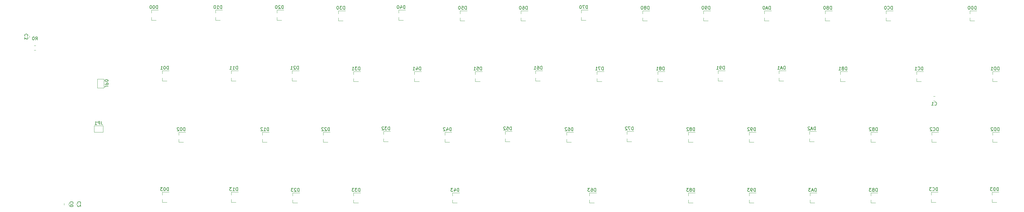
<source format=gbr>
G04 #@! TF.GenerationSoftware,KiCad,Pcbnew,(5.1.5)-3*
G04 #@! TF.CreationDate,2021-01-28T08:37:11+08:00*
G04 #@! TF.ProjectId,k54,6b35342e-6b69-4636-9164-5f7063625858,rev?*
G04 #@! TF.SameCoordinates,Original*
G04 #@! TF.FileFunction,Legend,Bot*
G04 #@! TF.FilePolarity,Positive*
%FSLAX46Y46*%
G04 Gerber Fmt 4.6, Leading zero omitted, Abs format (unit mm)*
G04 Created by KiCad (PCBNEW (5.1.5)-3) date 2021-01-28 08:37:11*
%MOMM*%
%LPD*%
G04 APERTURE LIST*
%ADD10C,0.120000*%
%ADD11C,0.150000*%
G04 APERTURE END LIST*
D10*
X265446252Y-203910000D02*
X264923748Y-203910000D01*
X265446252Y-202490000D02*
X264923748Y-202490000D01*
X286530000Y-227600000D02*
X283730000Y-227600000D01*
X283730000Y-227600000D02*
X283730000Y-229600000D01*
X283730000Y-229600000D02*
X286530000Y-229600000D01*
X286530000Y-229600000D02*
X286530000Y-227600000D01*
X286750000Y-215712500D02*
X286750000Y-212912500D01*
X286750000Y-212912500D02*
X284750000Y-212912500D01*
X284750000Y-212912500D02*
X284750000Y-215712500D01*
X284750000Y-215712500D02*
X286750000Y-215712500D01*
X564786875Y-251611250D02*
X566246875Y-251611250D01*
X564786875Y-248451250D02*
X566946875Y-248451250D01*
X564786875Y-248451250D02*
X564786875Y-249381250D01*
X564786875Y-251611250D02*
X564786875Y-250681250D01*
X564977500Y-232801875D02*
X566437500Y-232801875D01*
X564977500Y-229641875D02*
X567137500Y-229641875D01*
X564977500Y-229641875D02*
X564977500Y-230571875D01*
X564977500Y-232801875D02*
X564977500Y-231871875D01*
X564977500Y-213751875D02*
X566437500Y-213751875D01*
X564977500Y-210591875D02*
X567137500Y-210591875D01*
X564977500Y-210591875D02*
X564977500Y-211521875D01*
X564977500Y-213751875D02*
X564977500Y-212821875D01*
X557833750Y-194701875D02*
X559293750Y-194701875D01*
X557833750Y-191541875D02*
X559993750Y-191541875D01*
X557833750Y-191541875D02*
X557833750Y-192471875D01*
X557833750Y-194701875D02*
X557833750Y-193771875D01*
X545736875Y-251611250D02*
X547196875Y-251611250D01*
X545736875Y-248451250D02*
X547896875Y-248451250D01*
X545736875Y-248451250D02*
X545736875Y-249381250D01*
X545736875Y-251611250D02*
X545736875Y-250681250D01*
X545927500Y-232801875D02*
X547387500Y-232801875D01*
X545927500Y-229641875D02*
X548087500Y-229641875D01*
X545927500Y-229641875D02*
X545927500Y-230571875D01*
X545927500Y-232801875D02*
X545927500Y-231871875D01*
X541165000Y-213751875D02*
X542625000Y-213751875D01*
X541165000Y-210591875D02*
X543325000Y-210591875D01*
X541165000Y-210591875D02*
X541165000Y-211521875D01*
X541165000Y-213751875D02*
X541165000Y-212821875D01*
X531640000Y-194701875D02*
X533100000Y-194701875D01*
X531640000Y-191541875D02*
X533800000Y-191541875D01*
X531640000Y-191541875D02*
X531640000Y-192471875D01*
X531640000Y-194701875D02*
X531640000Y-193771875D01*
X526877500Y-251851875D02*
X526877500Y-250921875D01*
X526877500Y-248691875D02*
X526877500Y-249621875D01*
X526877500Y-248691875D02*
X529037500Y-248691875D01*
X526877500Y-251851875D02*
X528337500Y-251851875D01*
X526877500Y-232801875D02*
X528337500Y-232801875D01*
X526877500Y-229641875D02*
X529037500Y-229641875D01*
X526877500Y-229641875D02*
X526877500Y-230571875D01*
X526877500Y-232801875D02*
X526877500Y-231871875D01*
X517352500Y-213751875D02*
X518812500Y-213751875D01*
X517352500Y-210591875D02*
X519512500Y-210591875D01*
X517352500Y-210591875D02*
X517352500Y-211521875D01*
X517352500Y-213751875D02*
X517352500Y-212821875D01*
X512590000Y-194701875D02*
X514050000Y-194701875D01*
X512590000Y-191541875D02*
X514750000Y-191541875D01*
X512590000Y-191541875D02*
X512590000Y-192471875D01*
X512590000Y-194701875D02*
X512590000Y-193771875D01*
X507827500Y-251851875D02*
X509287500Y-251851875D01*
X507827500Y-248691875D02*
X509987500Y-248691875D01*
X507827500Y-248691875D02*
X507827500Y-249621875D01*
X507827500Y-251851875D02*
X507827500Y-250921875D01*
X507636875Y-232561250D02*
X509096875Y-232561250D01*
X507636875Y-229401250D02*
X509796875Y-229401250D01*
X507636875Y-229401250D02*
X507636875Y-230331250D01*
X507636875Y-232561250D02*
X507636875Y-231631250D01*
X498111875Y-213511250D02*
X499571875Y-213511250D01*
X498111875Y-210351250D02*
X500271875Y-210351250D01*
X498111875Y-210351250D02*
X498111875Y-211281250D01*
X498111875Y-213511250D02*
X498111875Y-212581250D01*
X493540000Y-194701875D02*
X495000000Y-194701875D01*
X493540000Y-191541875D02*
X495700000Y-191541875D01*
X493540000Y-191541875D02*
X493540000Y-192471875D01*
X493540000Y-194701875D02*
X493540000Y-193771875D01*
X488777500Y-251851875D02*
X490237500Y-251851875D01*
X488777500Y-248691875D02*
X490937500Y-248691875D01*
X488777500Y-248691875D02*
X488777500Y-249621875D01*
X488777500Y-251851875D02*
X488777500Y-250921875D01*
X488777500Y-232801875D02*
X490237500Y-232801875D01*
X488777500Y-229641875D02*
X490937500Y-229641875D01*
X488777500Y-229641875D02*
X488777500Y-230571875D01*
X488777500Y-232801875D02*
X488777500Y-231871875D01*
X479061875Y-213511250D02*
X480521875Y-213511250D01*
X479061875Y-210351250D02*
X481221875Y-210351250D01*
X479061875Y-210351250D02*
X479061875Y-211281250D01*
X479061875Y-213511250D02*
X479061875Y-212581250D01*
X474490000Y-194701875D02*
X475950000Y-194701875D01*
X474490000Y-191541875D02*
X476650000Y-191541875D01*
X474490000Y-191541875D02*
X474490000Y-192471875D01*
X474490000Y-194701875D02*
X474490000Y-193771875D01*
X469727500Y-251851875D02*
X471187500Y-251851875D01*
X469727500Y-248691875D02*
X471887500Y-248691875D01*
X469727500Y-248691875D02*
X469727500Y-249621875D01*
X469727500Y-251851875D02*
X469727500Y-250921875D01*
X469727500Y-232801875D02*
X471187500Y-232801875D01*
X469727500Y-229641875D02*
X471887500Y-229641875D01*
X469727500Y-229641875D02*
X469727500Y-230571875D01*
X469727500Y-232801875D02*
X469727500Y-231871875D01*
X460202500Y-213751875D02*
X461662500Y-213751875D01*
X460202500Y-210591875D02*
X462362500Y-210591875D01*
X460202500Y-210591875D02*
X460202500Y-211521875D01*
X460202500Y-213751875D02*
X460202500Y-212821875D01*
X455440000Y-194701875D02*
X456900000Y-194701875D01*
X455440000Y-191541875D02*
X457600000Y-191541875D01*
X455440000Y-191541875D02*
X455440000Y-192471875D01*
X455440000Y-194701875D02*
X455440000Y-193771875D01*
X450486875Y-232561250D02*
X451946875Y-232561250D01*
X450486875Y-229401250D02*
X452646875Y-229401250D01*
X450486875Y-229401250D02*
X450486875Y-230331250D01*
X450486875Y-232561250D02*
X450486875Y-231631250D01*
X441152500Y-213751875D02*
X442612500Y-213751875D01*
X441152500Y-210591875D02*
X443312500Y-210591875D01*
X441152500Y-210591875D02*
X441152500Y-211521875D01*
X441152500Y-213751875D02*
X441152500Y-212821875D01*
X436199375Y-194461250D02*
X437659375Y-194461250D01*
X436199375Y-191301250D02*
X438359375Y-191301250D01*
X436199375Y-191301250D02*
X436199375Y-192231250D01*
X436199375Y-194461250D02*
X436199375Y-193531250D01*
X438771250Y-251851875D02*
X440231250Y-251851875D01*
X438771250Y-248691875D02*
X440931250Y-248691875D01*
X438771250Y-248691875D02*
X438771250Y-249621875D01*
X438771250Y-251851875D02*
X438771250Y-250921875D01*
X431627500Y-232801875D02*
X433087500Y-232801875D01*
X431627500Y-229641875D02*
X433787500Y-229641875D01*
X431627500Y-229641875D02*
X431627500Y-230571875D01*
X431627500Y-232801875D02*
X431627500Y-231871875D01*
X421911875Y-213511250D02*
X423371875Y-213511250D01*
X421911875Y-210351250D02*
X424071875Y-210351250D01*
X421911875Y-210351250D02*
X421911875Y-211281250D01*
X421911875Y-213511250D02*
X421911875Y-212581250D01*
X417340000Y-194701875D02*
X418800000Y-194701875D01*
X417340000Y-191541875D02*
X419500000Y-191541875D01*
X417340000Y-191541875D02*
X417340000Y-192471875D01*
X417340000Y-194701875D02*
X417340000Y-193771875D01*
X412386875Y-232561250D02*
X413846875Y-232561250D01*
X412386875Y-229401250D02*
X414546875Y-229401250D01*
X412386875Y-229401250D02*
X412386875Y-230331250D01*
X412386875Y-232561250D02*
X412386875Y-231631250D01*
X403052500Y-213751875D02*
X404512500Y-213751875D01*
X403052500Y-210591875D02*
X405212500Y-210591875D01*
X403052500Y-210591875D02*
X403052500Y-211521875D01*
X403052500Y-213751875D02*
X403052500Y-212821875D01*
X398290000Y-194701875D02*
X399750000Y-194701875D01*
X398290000Y-191541875D02*
X400450000Y-191541875D01*
X398290000Y-191541875D02*
X398290000Y-192471875D01*
X398290000Y-194701875D02*
X398290000Y-193771875D01*
X395908750Y-251851875D02*
X397368750Y-251851875D01*
X395908750Y-248691875D02*
X398068750Y-248691875D01*
X395908750Y-248691875D02*
X395908750Y-249621875D01*
X395908750Y-251851875D02*
X395908750Y-250921875D01*
X393527500Y-232801875D02*
X394987500Y-232801875D01*
X393527500Y-229641875D02*
X395687500Y-229641875D01*
X393527500Y-229641875D02*
X393527500Y-230571875D01*
X393527500Y-232801875D02*
X393527500Y-231871875D01*
X384002500Y-213751875D02*
X385462500Y-213751875D01*
X384002500Y-210591875D02*
X386162500Y-210591875D01*
X384002500Y-210591875D02*
X384002500Y-211521875D01*
X384002500Y-213751875D02*
X384002500Y-212821875D01*
X379049375Y-194461250D02*
X380509375Y-194461250D01*
X379049375Y-191301250D02*
X381209375Y-191301250D01*
X379049375Y-191301250D02*
X379049375Y-192231250D01*
X379049375Y-194461250D02*
X379049375Y-193531250D01*
X364952500Y-251851875D02*
X366412500Y-251851875D01*
X364952500Y-248691875D02*
X367112500Y-248691875D01*
X364952500Y-248691875D02*
X364952500Y-249621875D01*
X364952500Y-251851875D02*
X364952500Y-250921875D01*
X374286875Y-232561250D02*
X375746875Y-232561250D01*
X374286875Y-229401250D02*
X376446875Y-229401250D01*
X374286875Y-229401250D02*
X374286875Y-230331250D01*
X374286875Y-232561250D02*
X374286875Y-231631250D01*
X364952500Y-213751875D02*
X366412500Y-213751875D01*
X364952500Y-210591875D02*
X367112500Y-210591875D01*
X364952500Y-210591875D02*
X364952500Y-211521875D01*
X364952500Y-213751875D02*
X364952500Y-212821875D01*
X360190000Y-194701875D02*
X361650000Y-194701875D01*
X360190000Y-191541875D02*
X362350000Y-191541875D01*
X360190000Y-191541875D02*
X360190000Y-192471875D01*
X360190000Y-194701875D02*
X360190000Y-193771875D01*
X345902500Y-251851875D02*
X347362500Y-251851875D01*
X345902500Y-248691875D02*
X348062500Y-248691875D01*
X345902500Y-248691875D02*
X345902500Y-249621875D01*
X345902500Y-251851875D02*
X345902500Y-250921875D01*
X355427500Y-232801875D02*
X356887500Y-232801875D01*
X355427500Y-229641875D02*
X357587500Y-229641875D01*
X355427500Y-229641875D02*
X355427500Y-230571875D01*
X355427500Y-232801875D02*
X355427500Y-231871875D01*
X345711875Y-213511250D02*
X347171875Y-213511250D01*
X345711875Y-210351250D02*
X347871875Y-210351250D01*
X345711875Y-210351250D02*
X345711875Y-211281250D01*
X345711875Y-213511250D02*
X345711875Y-212581250D01*
X340949375Y-194461250D02*
X342409375Y-194461250D01*
X340949375Y-191301250D02*
X343109375Y-191301250D01*
X340949375Y-191301250D02*
X340949375Y-192231250D01*
X340949375Y-194461250D02*
X340949375Y-193531250D01*
X326661875Y-251611250D02*
X328121875Y-251611250D01*
X326661875Y-248451250D02*
X328821875Y-248451250D01*
X326661875Y-248451250D02*
X326661875Y-249381250D01*
X326661875Y-251611250D02*
X326661875Y-250681250D01*
X336377500Y-232801875D02*
X337837500Y-232801875D01*
X336377500Y-229641875D02*
X338537500Y-229641875D01*
X336377500Y-229641875D02*
X336377500Y-230571875D01*
X336377500Y-232801875D02*
X336377500Y-231871875D01*
X326661875Y-213511250D02*
X328121875Y-213511250D01*
X326661875Y-210351250D02*
X328821875Y-210351250D01*
X326661875Y-210351250D02*
X326661875Y-211281250D01*
X326661875Y-213511250D02*
X326661875Y-212581250D01*
X321708750Y-194461250D02*
X323168750Y-194461250D01*
X321708750Y-191301250D02*
X323868750Y-191301250D01*
X321708750Y-191301250D02*
X321708750Y-192231250D01*
X321708750Y-194461250D02*
X321708750Y-193531250D01*
X305040000Y-251611250D02*
X306500000Y-251611250D01*
X305040000Y-248451250D02*
X307200000Y-248451250D01*
X305040000Y-248451250D02*
X305040000Y-249381250D01*
X305040000Y-251611250D02*
X305040000Y-250681250D01*
X310183750Y-232801875D02*
X311643750Y-232801875D01*
X310183750Y-229641875D02*
X312343750Y-229641875D01*
X310183750Y-229641875D02*
X310183750Y-230571875D01*
X310183750Y-232801875D02*
X310183750Y-231871875D01*
X305040000Y-213511250D02*
X306500000Y-213511250D01*
X305040000Y-210351250D02*
X307200000Y-210351250D01*
X305040000Y-210351250D02*
X305040000Y-211281250D01*
X305040000Y-213511250D02*
X305040000Y-212581250D01*
X301658750Y-194461250D02*
X303118750Y-194461250D01*
X301658750Y-191301250D02*
X303818750Y-191301250D01*
X301658750Y-191301250D02*
X301658750Y-192231250D01*
X301658750Y-194461250D02*
X301658750Y-193531250D01*
X264870000Y-199373748D02*
X264870000Y-199896252D01*
X263450000Y-199373748D02*
X263450000Y-199896252D01*
X276705625Y-252508127D02*
X276705625Y-251985623D01*
X278125625Y-252508127D02*
X278125625Y-251985623D01*
X546401248Y-218365000D02*
X546923752Y-218365000D01*
X546401248Y-219785000D02*
X546923752Y-219785000D01*
X274324375Y-252508127D02*
X274324375Y-251985623D01*
X275744375Y-252508127D02*
X275744375Y-251985623D01*
D11*
X265351666Y-200702380D02*
X265685000Y-200226190D01*
X265923095Y-200702380D02*
X265923095Y-199702380D01*
X265542142Y-199702380D01*
X265446904Y-199750000D01*
X265399285Y-199797619D01*
X265351666Y-199892857D01*
X265351666Y-200035714D01*
X265399285Y-200130952D01*
X265446904Y-200178571D01*
X265542142Y-200226190D01*
X265923095Y-200226190D01*
X264732619Y-199702380D02*
X264637380Y-199702380D01*
X264542142Y-199750000D01*
X264494523Y-199797619D01*
X264446904Y-199892857D01*
X264399285Y-200083333D01*
X264399285Y-200321428D01*
X264446904Y-200511904D01*
X264494523Y-200607142D01*
X264542142Y-200654761D01*
X264637380Y-200702380D01*
X264732619Y-200702380D01*
X264827857Y-200654761D01*
X264875476Y-200607142D01*
X264923095Y-200511904D01*
X264970714Y-200321428D01*
X264970714Y-200083333D01*
X264923095Y-199892857D01*
X264875476Y-199797619D01*
X264827857Y-199750000D01*
X264732619Y-199702380D01*
X285963333Y-226252380D02*
X285963333Y-226966666D01*
X286010952Y-227109523D01*
X286106190Y-227204761D01*
X286249047Y-227252380D01*
X286344285Y-227252380D01*
X285487142Y-227252380D02*
X285487142Y-226252380D01*
X285106190Y-226252380D01*
X285010952Y-226300000D01*
X284963333Y-226347619D01*
X284915714Y-226442857D01*
X284915714Y-226585714D01*
X284963333Y-226680952D01*
X285010952Y-226728571D01*
X285106190Y-226776190D01*
X285487142Y-226776190D01*
X283963333Y-227252380D02*
X284534761Y-227252380D01*
X284249047Y-227252380D02*
X284249047Y-226252380D01*
X284344285Y-226395238D01*
X284439523Y-226490476D01*
X284534761Y-226538095D01*
X288097619Y-215145833D02*
X287383333Y-215145833D01*
X287240476Y-215193452D01*
X287145238Y-215288690D01*
X287097619Y-215431547D01*
X287097619Y-215526785D01*
X287097619Y-214669642D02*
X288097619Y-214669642D01*
X288097619Y-214288690D01*
X288050000Y-214193452D01*
X288002380Y-214145833D01*
X287907142Y-214098214D01*
X287764285Y-214098214D01*
X287669047Y-214145833D01*
X287621428Y-214193452D01*
X287573809Y-214288690D01*
X287573809Y-214669642D01*
X288097619Y-213479166D02*
X288097619Y-213383928D01*
X288050000Y-213288690D01*
X288002380Y-213241071D01*
X287907142Y-213193452D01*
X287716666Y-213145833D01*
X287478571Y-213145833D01*
X287288095Y-213193452D01*
X287192857Y-213241071D01*
X287145238Y-213288690D01*
X287097619Y-213383928D01*
X287097619Y-213479166D01*
X287145238Y-213574404D01*
X287192857Y-213622023D01*
X287288095Y-213669642D01*
X287478571Y-213717261D01*
X287716666Y-213717261D01*
X287907142Y-213669642D01*
X288002380Y-213622023D01*
X288050000Y-213574404D01*
X288097619Y-213479166D01*
X566784970Y-247983630D02*
X566784970Y-246983630D01*
X566546875Y-246983630D01*
X566404017Y-247031250D01*
X566308779Y-247126488D01*
X566261160Y-247221726D01*
X566213541Y-247412202D01*
X566213541Y-247555059D01*
X566261160Y-247745535D01*
X566308779Y-247840773D01*
X566404017Y-247936011D01*
X566546875Y-247983630D01*
X566784970Y-247983630D01*
X565784970Y-247983630D02*
X565784970Y-246983630D01*
X565546875Y-246983630D01*
X565404017Y-247031250D01*
X565308779Y-247126488D01*
X565261160Y-247221726D01*
X565213541Y-247412202D01*
X565213541Y-247555059D01*
X565261160Y-247745535D01*
X565308779Y-247840773D01*
X565404017Y-247936011D01*
X565546875Y-247983630D01*
X565784970Y-247983630D01*
X564880208Y-246983630D02*
X564261160Y-246983630D01*
X564594494Y-247364583D01*
X564451636Y-247364583D01*
X564356398Y-247412202D01*
X564308779Y-247459821D01*
X564261160Y-247555059D01*
X564261160Y-247793154D01*
X564308779Y-247888392D01*
X564356398Y-247936011D01*
X564451636Y-247983630D01*
X564737351Y-247983630D01*
X564832589Y-247936011D01*
X564880208Y-247888392D01*
X566975595Y-229174255D02*
X566975595Y-228174255D01*
X566737500Y-228174255D01*
X566594642Y-228221875D01*
X566499404Y-228317113D01*
X566451785Y-228412351D01*
X566404166Y-228602827D01*
X566404166Y-228745684D01*
X566451785Y-228936160D01*
X566499404Y-229031398D01*
X566594642Y-229126636D01*
X566737500Y-229174255D01*
X566975595Y-229174255D01*
X565975595Y-229174255D02*
X565975595Y-228174255D01*
X565737500Y-228174255D01*
X565594642Y-228221875D01*
X565499404Y-228317113D01*
X565451785Y-228412351D01*
X565404166Y-228602827D01*
X565404166Y-228745684D01*
X565451785Y-228936160D01*
X565499404Y-229031398D01*
X565594642Y-229126636D01*
X565737500Y-229174255D01*
X565975595Y-229174255D01*
X565023214Y-228269494D02*
X564975595Y-228221875D01*
X564880357Y-228174255D01*
X564642261Y-228174255D01*
X564547023Y-228221875D01*
X564499404Y-228269494D01*
X564451785Y-228364732D01*
X564451785Y-228459970D01*
X564499404Y-228602827D01*
X565070833Y-229174255D01*
X564451785Y-229174255D01*
X566975595Y-210124255D02*
X566975595Y-209124255D01*
X566737500Y-209124255D01*
X566594642Y-209171875D01*
X566499404Y-209267113D01*
X566451785Y-209362351D01*
X566404166Y-209552827D01*
X566404166Y-209695684D01*
X566451785Y-209886160D01*
X566499404Y-209981398D01*
X566594642Y-210076636D01*
X566737500Y-210124255D01*
X566975595Y-210124255D01*
X565975595Y-210124255D02*
X565975595Y-209124255D01*
X565737500Y-209124255D01*
X565594642Y-209171875D01*
X565499404Y-209267113D01*
X565451785Y-209362351D01*
X565404166Y-209552827D01*
X565404166Y-209695684D01*
X565451785Y-209886160D01*
X565499404Y-209981398D01*
X565594642Y-210076636D01*
X565737500Y-210124255D01*
X565975595Y-210124255D01*
X564451785Y-210124255D02*
X565023214Y-210124255D01*
X564737500Y-210124255D02*
X564737500Y-209124255D01*
X564832738Y-209267113D01*
X564927976Y-209362351D01*
X565023214Y-209409970D01*
X559831845Y-191074255D02*
X559831845Y-190074255D01*
X559593750Y-190074255D01*
X559450892Y-190121875D01*
X559355654Y-190217113D01*
X559308035Y-190312351D01*
X559260416Y-190502827D01*
X559260416Y-190645684D01*
X559308035Y-190836160D01*
X559355654Y-190931398D01*
X559450892Y-191026636D01*
X559593750Y-191074255D01*
X559831845Y-191074255D01*
X558831845Y-191074255D02*
X558831845Y-190074255D01*
X558593750Y-190074255D01*
X558450892Y-190121875D01*
X558355654Y-190217113D01*
X558308035Y-190312351D01*
X558260416Y-190502827D01*
X558260416Y-190645684D01*
X558308035Y-190836160D01*
X558355654Y-190931398D01*
X558450892Y-191026636D01*
X558593750Y-191074255D01*
X558831845Y-191074255D01*
X557641369Y-190074255D02*
X557546130Y-190074255D01*
X557450892Y-190121875D01*
X557403273Y-190169494D01*
X557355654Y-190264732D01*
X557308035Y-190455208D01*
X557308035Y-190693303D01*
X557355654Y-190883779D01*
X557403273Y-190979017D01*
X557450892Y-191026636D01*
X557546130Y-191074255D01*
X557641369Y-191074255D01*
X557736607Y-191026636D01*
X557784226Y-190979017D01*
X557831845Y-190883779D01*
X557879464Y-190693303D01*
X557879464Y-190455208D01*
X557831845Y-190264732D01*
X557784226Y-190169494D01*
X557736607Y-190121875D01*
X557641369Y-190074255D01*
X547734970Y-247983630D02*
X547734970Y-246983630D01*
X547496875Y-246983630D01*
X547354017Y-247031250D01*
X547258779Y-247126488D01*
X547211160Y-247221726D01*
X547163541Y-247412202D01*
X547163541Y-247555059D01*
X547211160Y-247745535D01*
X547258779Y-247840773D01*
X547354017Y-247936011D01*
X547496875Y-247983630D01*
X547734970Y-247983630D01*
X546163541Y-247888392D02*
X546211160Y-247936011D01*
X546354017Y-247983630D01*
X546449255Y-247983630D01*
X546592113Y-247936011D01*
X546687351Y-247840773D01*
X546734970Y-247745535D01*
X546782589Y-247555059D01*
X546782589Y-247412202D01*
X546734970Y-247221726D01*
X546687351Y-247126488D01*
X546592113Y-247031250D01*
X546449255Y-246983630D01*
X546354017Y-246983630D01*
X546211160Y-247031250D01*
X546163541Y-247078869D01*
X545830208Y-246983630D02*
X545211160Y-246983630D01*
X545544494Y-247364583D01*
X545401636Y-247364583D01*
X545306398Y-247412202D01*
X545258779Y-247459821D01*
X545211160Y-247555059D01*
X545211160Y-247793154D01*
X545258779Y-247888392D01*
X545306398Y-247936011D01*
X545401636Y-247983630D01*
X545687351Y-247983630D01*
X545782589Y-247936011D01*
X545830208Y-247888392D01*
X547925595Y-229174255D02*
X547925595Y-228174255D01*
X547687500Y-228174255D01*
X547544642Y-228221875D01*
X547449404Y-228317113D01*
X547401785Y-228412351D01*
X547354166Y-228602827D01*
X547354166Y-228745684D01*
X547401785Y-228936160D01*
X547449404Y-229031398D01*
X547544642Y-229126636D01*
X547687500Y-229174255D01*
X547925595Y-229174255D01*
X546354166Y-229079017D02*
X546401785Y-229126636D01*
X546544642Y-229174255D01*
X546639880Y-229174255D01*
X546782738Y-229126636D01*
X546877976Y-229031398D01*
X546925595Y-228936160D01*
X546973214Y-228745684D01*
X546973214Y-228602827D01*
X546925595Y-228412351D01*
X546877976Y-228317113D01*
X546782738Y-228221875D01*
X546639880Y-228174255D01*
X546544642Y-228174255D01*
X546401785Y-228221875D01*
X546354166Y-228269494D01*
X545973214Y-228269494D02*
X545925595Y-228221875D01*
X545830357Y-228174255D01*
X545592261Y-228174255D01*
X545497023Y-228221875D01*
X545449404Y-228269494D01*
X545401785Y-228364732D01*
X545401785Y-228459970D01*
X545449404Y-228602827D01*
X546020833Y-229174255D01*
X545401785Y-229174255D01*
X543163095Y-210124255D02*
X543163095Y-209124255D01*
X542925000Y-209124255D01*
X542782142Y-209171875D01*
X542686904Y-209267113D01*
X542639285Y-209362351D01*
X542591666Y-209552827D01*
X542591666Y-209695684D01*
X542639285Y-209886160D01*
X542686904Y-209981398D01*
X542782142Y-210076636D01*
X542925000Y-210124255D01*
X543163095Y-210124255D01*
X541591666Y-210029017D02*
X541639285Y-210076636D01*
X541782142Y-210124255D01*
X541877380Y-210124255D01*
X542020238Y-210076636D01*
X542115476Y-209981398D01*
X542163095Y-209886160D01*
X542210714Y-209695684D01*
X542210714Y-209552827D01*
X542163095Y-209362351D01*
X542115476Y-209267113D01*
X542020238Y-209171875D01*
X541877380Y-209124255D01*
X541782142Y-209124255D01*
X541639285Y-209171875D01*
X541591666Y-209219494D01*
X540639285Y-210124255D02*
X541210714Y-210124255D01*
X540925000Y-210124255D02*
X540925000Y-209124255D01*
X541020238Y-209267113D01*
X541115476Y-209362351D01*
X541210714Y-209409970D01*
X533638095Y-191074255D02*
X533638095Y-190074255D01*
X533400000Y-190074255D01*
X533257142Y-190121875D01*
X533161904Y-190217113D01*
X533114285Y-190312351D01*
X533066666Y-190502827D01*
X533066666Y-190645684D01*
X533114285Y-190836160D01*
X533161904Y-190931398D01*
X533257142Y-191026636D01*
X533400000Y-191074255D01*
X533638095Y-191074255D01*
X532066666Y-190979017D02*
X532114285Y-191026636D01*
X532257142Y-191074255D01*
X532352380Y-191074255D01*
X532495238Y-191026636D01*
X532590476Y-190931398D01*
X532638095Y-190836160D01*
X532685714Y-190645684D01*
X532685714Y-190502827D01*
X532638095Y-190312351D01*
X532590476Y-190217113D01*
X532495238Y-190121875D01*
X532352380Y-190074255D01*
X532257142Y-190074255D01*
X532114285Y-190121875D01*
X532066666Y-190169494D01*
X531447619Y-190074255D02*
X531352380Y-190074255D01*
X531257142Y-190121875D01*
X531209523Y-190169494D01*
X531161904Y-190264732D01*
X531114285Y-190455208D01*
X531114285Y-190693303D01*
X531161904Y-190883779D01*
X531209523Y-190979017D01*
X531257142Y-191026636D01*
X531352380Y-191074255D01*
X531447619Y-191074255D01*
X531542857Y-191026636D01*
X531590476Y-190979017D01*
X531638095Y-190883779D01*
X531685714Y-190693303D01*
X531685714Y-190455208D01*
X531638095Y-190264732D01*
X531590476Y-190169494D01*
X531542857Y-190121875D01*
X531447619Y-190074255D01*
X528875595Y-248224255D02*
X528875595Y-247224255D01*
X528637500Y-247224255D01*
X528494642Y-247271875D01*
X528399404Y-247367113D01*
X528351785Y-247462351D01*
X528304166Y-247652827D01*
X528304166Y-247795684D01*
X528351785Y-247986160D01*
X528399404Y-248081398D01*
X528494642Y-248176636D01*
X528637500Y-248224255D01*
X528875595Y-248224255D01*
X527542261Y-247700446D02*
X527399404Y-247748065D01*
X527351785Y-247795684D01*
X527304166Y-247890922D01*
X527304166Y-248033779D01*
X527351785Y-248129017D01*
X527399404Y-248176636D01*
X527494642Y-248224255D01*
X527875595Y-248224255D01*
X527875595Y-247224255D01*
X527542261Y-247224255D01*
X527447023Y-247271875D01*
X527399404Y-247319494D01*
X527351785Y-247414732D01*
X527351785Y-247509970D01*
X527399404Y-247605208D01*
X527447023Y-247652827D01*
X527542261Y-247700446D01*
X527875595Y-247700446D01*
X526970833Y-247224255D02*
X526351785Y-247224255D01*
X526685119Y-247605208D01*
X526542261Y-247605208D01*
X526447023Y-247652827D01*
X526399404Y-247700446D01*
X526351785Y-247795684D01*
X526351785Y-248033779D01*
X526399404Y-248129017D01*
X526447023Y-248176636D01*
X526542261Y-248224255D01*
X526827976Y-248224255D01*
X526923214Y-248176636D01*
X526970833Y-248129017D01*
X528875595Y-229174255D02*
X528875595Y-228174255D01*
X528637500Y-228174255D01*
X528494642Y-228221875D01*
X528399404Y-228317113D01*
X528351785Y-228412351D01*
X528304166Y-228602827D01*
X528304166Y-228745684D01*
X528351785Y-228936160D01*
X528399404Y-229031398D01*
X528494642Y-229126636D01*
X528637500Y-229174255D01*
X528875595Y-229174255D01*
X527542261Y-228650446D02*
X527399404Y-228698065D01*
X527351785Y-228745684D01*
X527304166Y-228840922D01*
X527304166Y-228983779D01*
X527351785Y-229079017D01*
X527399404Y-229126636D01*
X527494642Y-229174255D01*
X527875595Y-229174255D01*
X527875595Y-228174255D01*
X527542261Y-228174255D01*
X527447023Y-228221875D01*
X527399404Y-228269494D01*
X527351785Y-228364732D01*
X527351785Y-228459970D01*
X527399404Y-228555208D01*
X527447023Y-228602827D01*
X527542261Y-228650446D01*
X527875595Y-228650446D01*
X526923214Y-228269494D02*
X526875595Y-228221875D01*
X526780357Y-228174255D01*
X526542261Y-228174255D01*
X526447023Y-228221875D01*
X526399404Y-228269494D01*
X526351785Y-228364732D01*
X526351785Y-228459970D01*
X526399404Y-228602827D01*
X526970833Y-229174255D01*
X526351785Y-229174255D01*
X519350595Y-210124255D02*
X519350595Y-209124255D01*
X519112500Y-209124255D01*
X518969642Y-209171875D01*
X518874404Y-209267113D01*
X518826785Y-209362351D01*
X518779166Y-209552827D01*
X518779166Y-209695684D01*
X518826785Y-209886160D01*
X518874404Y-209981398D01*
X518969642Y-210076636D01*
X519112500Y-210124255D01*
X519350595Y-210124255D01*
X518017261Y-209600446D02*
X517874404Y-209648065D01*
X517826785Y-209695684D01*
X517779166Y-209790922D01*
X517779166Y-209933779D01*
X517826785Y-210029017D01*
X517874404Y-210076636D01*
X517969642Y-210124255D01*
X518350595Y-210124255D01*
X518350595Y-209124255D01*
X518017261Y-209124255D01*
X517922023Y-209171875D01*
X517874404Y-209219494D01*
X517826785Y-209314732D01*
X517826785Y-209409970D01*
X517874404Y-209505208D01*
X517922023Y-209552827D01*
X518017261Y-209600446D01*
X518350595Y-209600446D01*
X516826785Y-210124255D02*
X517398214Y-210124255D01*
X517112500Y-210124255D02*
X517112500Y-209124255D01*
X517207738Y-209267113D01*
X517302976Y-209362351D01*
X517398214Y-209409970D01*
X514588095Y-191074255D02*
X514588095Y-190074255D01*
X514350000Y-190074255D01*
X514207142Y-190121875D01*
X514111904Y-190217113D01*
X514064285Y-190312351D01*
X514016666Y-190502827D01*
X514016666Y-190645684D01*
X514064285Y-190836160D01*
X514111904Y-190931398D01*
X514207142Y-191026636D01*
X514350000Y-191074255D01*
X514588095Y-191074255D01*
X513254761Y-190550446D02*
X513111904Y-190598065D01*
X513064285Y-190645684D01*
X513016666Y-190740922D01*
X513016666Y-190883779D01*
X513064285Y-190979017D01*
X513111904Y-191026636D01*
X513207142Y-191074255D01*
X513588095Y-191074255D01*
X513588095Y-190074255D01*
X513254761Y-190074255D01*
X513159523Y-190121875D01*
X513111904Y-190169494D01*
X513064285Y-190264732D01*
X513064285Y-190359970D01*
X513111904Y-190455208D01*
X513159523Y-190502827D01*
X513254761Y-190550446D01*
X513588095Y-190550446D01*
X512397619Y-190074255D02*
X512302380Y-190074255D01*
X512207142Y-190121875D01*
X512159523Y-190169494D01*
X512111904Y-190264732D01*
X512064285Y-190455208D01*
X512064285Y-190693303D01*
X512111904Y-190883779D01*
X512159523Y-190979017D01*
X512207142Y-191026636D01*
X512302380Y-191074255D01*
X512397619Y-191074255D01*
X512492857Y-191026636D01*
X512540476Y-190979017D01*
X512588095Y-190883779D01*
X512635714Y-190693303D01*
X512635714Y-190455208D01*
X512588095Y-190264732D01*
X512540476Y-190169494D01*
X512492857Y-190121875D01*
X512397619Y-190074255D01*
X509754166Y-248224255D02*
X509754166Y-247224255D01*
X509516071Y-247224255D01*
X509373214Y-247271875D01*
X509277976Y-247367113D01*
X509230357Y-247462351D01*
X509182738Y-247652827D01*
X509182738Y-247795684D01*
X509230357Y-247986160D01*
X509277976Y-248081398D01*
X509373214Y-248176636D01*
X509516071Y-248224255D01*
X509754166Y-248224255D01*
X508801785Y-247938541D02*
X508325595Y-247938541D01*
X508897023Y-248224255D02*
X508563690Y-247224255D01*
X508230357Y-248224255D01*
X507992261Y-247224255D02*
X507373214Y-247224255D01*
X507706547Y-247605208D01*
X507563690Y-247605208D01*
X507468452Y-247652827D01*
X507420833Y-247700446D01*
X507373214Y-247795684D01*
X507373214Y-248033779D01*
X507420833Y-248129017D01*
X507468452Y-248176636D01*
X507563690Y-248224255D01*
X507849404Y-248224255D01*
X507944642Y-248176636D01*
X507992261Y-248129017D01*
X509563541Y-228933630D02*
X509563541Y-227933630D01*
X509325446Y-227933630D01*
X509182589Y-227981250D01*
X509087351Y-228076488D01*
X509039732Y-228171726D01*
X508992113Y-228362202D01*
X508992113Y-228505059D01*
X509039732Y-228695535D01*
X509087351Y-228790773D01*
X509182589Y-228886011D01*
X509325446Y-228933630D01*
X509563541Y-228933630D01*
X508611160Y-228647916D02*
X508134970Y-228647916D01*
X508706398Y-228933630D02*
X508373065Y-227933630D01*
X508039732Y-228933630D01*
X507754017Y-228028869D02*
X507706398Y-227981250D01*
X507611160Y-227933630D01*
X507373065Y-227933630D01*
X507277827Y-227981250D01*
X507230208Y-228028869D01*
X507182589Y-228124107D01*
X507182589Y-228219345D01*
X507230208Y-228362202D01*
X507801636Y-228933630D01*
X507182589Y-228933630D01*
X500038541Y-209883630D02*
X500038541Y-208883630D01*
X499800446Y-208883630D01*
X499657589Y-208931250D01*
X499562351Y-209026488D01*
X499514732Y-209121726D01*
X499467113Y-209312202D01*
X499467113Y-209455059D01*
X499514732Y-209645535D01*
X499562351Y-209740773D01*
X499657589Y-209836011D01*
X499800446Y-209883630D01*
X500038541Y-209883630D01*
X499086160Y-209597916D02*
X498609970Y-209597916D01*
X499181398Y-209883630D02*
X498848065Y-208883630D01*
X498514732Y-209883630D01*
X497657589Y-209883630D02*
X498229017Y-209883630D01*
X497943303Y-209883630D02*
X497943303Y-208883630D01*
X498038541Y-209026488D01*
X498133779Y-209121726D01*
X498229017Y-209169345D01*
X495466666Y-191074255D02*
X495466666Y-190074255D01*
X495228571Y-190074255D01*
X495085714Y-190121875D01*
X494990476Y-190217113D01*
X494942857Y-190312351D01*
X494895238Y-190502827D01*
X494895238Y-190645684D01*
X494942857Y-190836160D01*
X494990476Y-190931398D01*
X495085714Y-191026636D01*
X495228571Y-191074255D01*
X495466666Y-191074255D01*
X494514285Y-190788541D02*
X494038095Y-190788541D01*
X494609523Y-191074255D02*
X494276190Y-190074255D01*
X493942857Y-191074255D01*
X493419047Y-190074255D02*
X493323809Y-190074255D01*
X493228571Y-190121875D01*
X493180952Y-190169494D01*
X493133333Y-190264732D01*
X493085714Y-190455208D01*
X493085714Y-190693303D01*
X493133333Y-190883779D01*
X493180952Y-190979017D01*
X493228571Y-191026636D01*
X493323809Y-191074255D01*
X493419047Y-191074255D01*
X493514285Y-191026636D01*
X493561904Y-190979017D01*
X493609523Y-190883779D01*
X493657142Y-190693303D01*
X493657142Y-190455208D01*
X493609523Y-190264732D01*
X493561904Y-190169494D01*
X493514285Y-190121875D01*
X493419047Y-190074255D01*
X490751785Y-248224255D02*
X490751785Y-247224255D01*
X490513690Y-247224255D01*
X490370833Y-247271875D01*
X490275595Y-247367113D01*
X490227976Y-247462351D01*
X490180357Y-247652827D01*
X490180357Y-247795684D01*
X490227976Y-247986160D01*
X490275595Y-248081398D01*
X490370833Y-248176636D01*
X490513690Y-248224255D01*
X490751785Y-248224255D01*
X489704166Y-248224255D02*
X489513690Y-248224255D01*
X489418452Y-248176636D01*
X489370833Y-248129017D01*
X489275595Y-247986160D01*
X489227976Y-247795684D01*
X489227976Y-247414732D01*
X489275595Y-247319494D01*
X489323214Y-247271875D01*
X489418452Y-247224255D01*
X489608928Y-247224255D01*
X489704166Y-247271875D01*
X489751785Y-247319494D01*
X489799404Y-247414732D01*
X489799404Y-247652827D01*
X489751785Y-247748065D01*
X489704166Y-247795684D01*
X489608928Y-247843303D01*
X489418452Y-247843303D01*
X489323214Y-247795684D01*
X489275595Y-247748065D01*
X489227976Y-247652827D01*
X488894642Y-247224255D02*
X488275595Y-247224255D01*
X488608928Y-247605208D01*
X488466071Y-247605208D01*
X488370833Y-247652827D01*
X488323214Y-247700446D01*
X488275595Y-247795684D01*
X488275595Y-248033779D01*
X488323214Y-248129017D01*
X488370833Y-248176636D01*
X488466071Y-248224255D01*
X488751785Y-248224255D01*
X488847023Y-248176636D01*
X488894642Y-248129017D01*
X490751785Y-229174255D02*
X490751785Y-228174255D01*
X490513690Y-228174255D01*
X490370833Y-228221875D01*
X490275595Y-228317113D01*
X490227976Y-228412351D01*
X490180357Y-228602827D01*
X490180357Y-228745684D01*
X490227976Y-228936160D01*
X490275595Y-229031398D01*
X490370833Y-229126636D01*
X490513690Y-229174255D01*
X490751785Y-229174255D01*
X489704166Y-229174255D02*
X489513690Y-229174255D01*
X489418452Y-229126636D01*
X489370833Y-229079017D01*
X489275595Y-228936160D01*
X489227976Y-228745684D01*
X489227976Y-228364732D01*
X489275595Y-228269494D01*
X489323214Y-228221875D01*
X489418452Y-228174255D01*
X489608928Y-228174255D01*
X489704166Y-228221875D01*
X489751785Y-228269494D01*
X489799404Y-228364732D01*
X489799404Y-228602827D01*
X489751785Y-228698065D01*
X489704166Y-228745684D01*
X489608928Y-228793303D01*
X489418452Y-228793303D01*
X489323214Y-228745684D01*
X489275595Y-228698065D01*
X489227976Y-228602827D01*
X488847023Y-228269494D02*
X488799404Y-228221875D01*
X488704166Y-228174255D01*
X488466071Y-228174255D01*
X488370833Y-228221875D01*
X488323214Y-228269494D01*
X488275595Y-228364732D01*
X488275595Y-228459970D01*
X488323214Y-228602827D01*
X488894642Y-229174255D01*
X488275595Y-229174255D01*
X481036160Y-209883630D02*
X481036160Y-208883630D01*
X480798065Y-208883630D01*
X480655208Y-208931250D01*
X480559970Y-209026488D01*
X480512351Y-209121726D01*
X480464732Y-209312202D01*
X480464732Y-209455059D01*
X480512351Y-209645535D01*
X480559970Y-209740773D01*
X480655208Y-209836011D01*
X480798065Y-209883630D01*
X481036160Y-209883630D01*
X479988541Y-209883630D02*
X479798065Y-209883630D01*
X479702827Y-209836011D01*
X479655208Y-209788392D01*
X479559970Y-209645535D01*
X479512351Y-209455059D01*
X479512351Y-209074107D01*
X479559970Y-208978869D01*
X479607589Y-208931250D01*
X479702827Y-208883630D01*
X479893303Y-208883630D01*
X479988541Y-208931250D01*
X480036160Y-208978869D01*
X480083779Y-209074107D01*
X480083779Y-209312202D01*
X480036160Y-209407440D01*
X479988541Y-209455059D01*
X479893303Y-209502678D01*
X479702827Y-209502678D01*
X479607589Y-209455059D01*
X479559970Y-209407440D01*
X479512351Y-209312202D01*
X478559970Y-209883630D02*
X479131398Y-209883630D01*
X478845684Y-209883630D02*
X478845684Y-208883630D01*
X478940922Y-209026488D01*
X479036160Y-209121726D01*
X479131398Y-209169345D01*
X476464285Y-191074255D02*
X476464285Y-190074255D01*
X476226190Y-190074255D01*
X476083333Y-190121875D01*
X475988095Y-190217113D01*
X475940476Y-190312351D01*
X475892857Y-190502827D01*
X475892857Y-190645684D01*
X475940476Y-190836160D01*
X475988095Y-190931398D01*
X476083333Y-191026636D01*
X476226190Y-191074255D01*
X476464285Y-191074255D01*
X475416666Y-191074255D02*
X475226190Y-191074255D01*
X475130952Y-191026636D01*
X475083333Y-190979017D01*
X474988095Y-190836160D01*
X474940476Y-190645684D01*
X474940476Y-190264732D01*
X474988095Y-190169494D01*
X475035714Y-190121875D01*
X475130952Y-190074255D01*
X475321428Y-190074255D01*
X475416666Y-190121875D01*
X475464285Y-190169494D01*
X475511904Y-190264732D01*
X475511904Y-190502827D01*
X475464285Y-190598065D01*
X475416666Y-190645684D01*
X475321428Y-190693303D01*
X475130952Y-190693303D01*
X475035714Y-190645684D01*
X474988095Y-190598065D01*
X474940476Y-190502827D01*
X474321428Y-190074255D02*
X474226190Y-190074255D01*
X474130952Y-190121875D01*
X474083333Y-190169494D01*
X474035714Y-190264732D01*
X473988095Y-190455208D01*
X473988095Y-190693303D01*
X474035714Y-190883779D01*
X474083333Y-190979017D01*
X474130952Y-191026636D01*
X474226190Y-191074255D01*
X474321428Y-191074255D01*
X474416666Y-191026636D01*
X474464285Y-190979017D01*
X474511904Y-190883779D01*
X474559523Y-190693303D01*
X474559523Y-190455208D01*
X474511904Y-190264732D01*
X474464285Y-190169494D01*
X474416666Y-190121875D01*
X474321428Y-190074255D01*
X471701785Y-248224255D02*
X471701785Y-247224255D01*
X471463690Y-247224255D01*
X471320833Y-247271875D01*
X471225595Y-247367113D01*
X471177976Y-247462351D01*
X471130357Y-247652827D01*
X471130357Y-247795684D01*
X471177976Y-247986160D01*
X471225595Y-248081398D01*
X471320833Y-248176636D01*
X471463690Y-248224255D01*
X471701785Y-248224255D01*
X470558928Y-247652827D02*
X470654166Y-247605208D01*
X470701785Y-247557589D01*
X470749404Y-247462351D01*
X470749404Y-247414732D01*
X470701785Y-247319494D01*
X470654166Y-247271875D01*
X470558928Y-247224255D01*
X470368452Y-247224255D01*
X470273214Y-247271875D01*
X470225595Y-247319494D01*
X470177976Y-247414732D01*
X470177976Y-247462351D01*
X470225595Y-247557589D01*
X470273214Y-247605208D01*
X470368452Y-247652827D01*
X470558928Y-247652827D01*
X470654166Y-247700446D01*
X470701785Y-247748065D01*
X470749404Y-247843303D01*
X470749404Y-248033779D01*
X470701785Y-248129017D01*
X470654166Y-248176636D01*
X470558928Y-248224255D01*
X470368452Y-248224255D01*
X470273214Y-248176636D01*
X470225595Y-248129017D01*
X470177976Y-248033779D01*
X470177976Y-247843303D01*
X470225595Y-247748065D01*
X470273214Y-247700446D01*
X470368452Y-247652827D01*
X469844642Y-247224255D02*
X469225595Y-247224255D01*
X469558928Y-247605208D01*
X469416071Y-247605208D01*
X469320833Y-247652827D01*
X469273214Y-247700446D01*
X469225595Y-247795684D01*
X469225595Y-248033779D01*
X469273214Y-248129017D01*
X469320833Y-248176636D01*
X469416071Y-248224255D01*
X469701785Y-248224255D01*
X469797023Y-248176636D01*
X469844642Y-248129017D01*
X471701785Y-229174255D02*
X471701785Y-228174255D01*
X471463690Y-228174255D01*
X471320833Y-228221875D01*
X471225595Y-228317113D01*
X471177976Y-228412351D01*
X471130357Y-228602827D01*
X471130357Y-228745684D01*
X471177976Y-228936160D01*
X471225595Y-229031398D01*
X471320833Y-229126636D01*
X471463690Y-229174255D01*
X471701785Y-229174255D01*
X470558928Y-228602827D02*
X470654166Y-228555208D01*
X470701785Y-228507589D01*
X470749404Y-228412351D01*
X470749404Y-228364732D01*
X470701785Y-228269494D01*
X470654166Y-228221875D01*
X470558928Y-228174255D01*
X470368452Y-228174255D01*
X470273214Y-228221875D01*
X470225595Y-228269494D01*
X470177976Y-228364732D01*
X470177976Y-228412351D01*
X470225595Y-228507589D01*
X470273214Y-228555208D01*
X470368452Y-228602827D01*
X470558928Y-228602827D01*
X470654166Y-228650446D01*
X470701785Y-228698065D01*
X470749404Y-228793303D01*
X470749404Y-228983779D01*
X470701785Y-229079017D01*
X470654166Y-229126636D01*
X470558928Y-229174255D01*
X470368452Y-229174255D01*
X470273214Y-229126636D01*
X470225595Y-229079017D01*
X470177976Y-228983779D01*
X470177976Y-228793303D01*
X470225595Y-228698065D01*
X470273214Y-228650446D01*
X470368452Y-228602827D01*
X469797023Y-228269494D02*
X469749404Y-228221875D01*
X469654166Y-228174255D01*
X469416071Y-228174255D01*
X469320833Y-228221875D01*
X469273214Y-228269494D01*
X469225595Y-228364732D01*
X469225595Y-228459970D01*
X469273214Y-228602827D01*
X469844642Y-229174255D01*
X469225595Y-229174255D01*
X462176785Y-210124255D02*
X462176785Y-209124255D01*
X461938690Y-209124255D01*
X461795833Y-209171875D01*
X461700595Y-209267113D01*
X461652976Y-209362351D01*
X461605357Y-209552827D01*
X461605357Y-209695684D01*
X461652976Y-209886160D01*
X461700595Y-209981398D01*
X461795833Y-210076636D01*
X461938690Y-210124255D01*
X462176785Y-210124255D01*
X461033928Y-209552827D02*
X461129166Y-209505208D01*
X461176785Y-209457589D01*
X461224404Y-209362351D01*
X461224404Y-209314732D01*
X461176785Y-209219494D01*
X461129166Y-209171875D01*
X461033928Y-209124255D01*
X460843452Y-209124255D01*
X460748214Y-209171875D01*
X460700595Y-209219494D01*
X460652976Y-209314732D01*
X460652976Y-209362351D01*
X460700595Y-209457589D01*
X460748214Y-209505208D01*
X460843452Y-209552827D01*
X461033928Y-209552827D01*
X461129166Y-209600446D01*
X461176785Y-209648065D01*
X461224404Y-209743303D01*
X461224404Y-209933779D01*
X461176785Y-210029017D01*
X461129166Y-210076636D01*
X461033928Y-210124255D01*
X460843452Y-210124255D01*
X460748214Y-210076636D01*
X460700595Y-210029017D01*
X460652976Y-209933779D01*
X460652976Y-209743303D01*
X460700595Y-209648065D01*
X460748214Y-209600446D01*
X460843452Y-209552827D01*
X459700595Y-210124255D02*
X460272023Y-210124255D01*
X459986309Y-210124255D02*
X459986309Y-209124255D01*
X460081547Y-209267113D01*
X460176785Y-209362351D01*
X460272023Y-209409970D01*
X457414285Y-191074255D02*
X457414285Y-190074255D01*
X457176190Y-190074255D01*
X457033333Y-190121875D01*
X456938095Y-190217113D01*
X456890476Y-190312351D01*
X456842857Y-190502827D01*
X456842857Y-190645684D01*
X456890476Y-190836160D01*
X456938095Y-190931398D01*
X457033333Y-191026636D01*
X457176190Y-191074255D01*
X457414285Y-191074255D01*
X456271428Y-190502827D02*
X456366666Y-190455208D01*
X456414285Y-190407589D01*
X456461904Y-190312351D01*
X456461904Y-190264732D01*
X456414285Y-190169494D01*
X456366666Y-190121875D01*
X456271428Y-190074255D01*
X456080952Y-190074255D01*
X455985714Y-190121875D01*
X455938095Y-190169494D01*
X455890476Y-190264732D01*
X455890476Y-190312351D01*
X455938095Y-190407589D01*
X455985714Y-190455208D01*
X456080952Y-190502827D01*
X456271428Y-190502827D01*
X456366666Y-190550446D01*
X456414285Y-190598065D01*
X456461904Y-190693303D01*
X456461904Y-190883779D01*
X456414285Y-190979017D01*
X456366666Y-191026636D01*
X456271428Y-191074255D01*
X456080952Y-191074255D01*
X455985714Y-191026636D01*
X455938095Y-190979017D01*
X455890476Y-190883779D01*
X455890476Y-190693303D01*
X455938095Y-190598065D01*
X455985714Y-190550446D01*
X456080952Y-190502827D01*
X455271428Y-190074255D02*
X455176190Y-190074255D01*
X455080952Y-190121875D01*
X455033333Y-190169494D01*
X454985714Y-190264732D01*
X454938095Y-190455208D01*
X454938095Y-190693303D01*
X454985714Y-190883779D01*
X455033333Y-190979017D01*
X455080952Y-191026636D01*
X455176190Y-191074255D01*
X455271428Y-191074255D01*
X455366666Y-191026636D01*
X455414285Y-190979017D01*
X455461904Y-190883779D01*
X455509523Y-190693303D01*
X455509523Y-190455208D01*
X455461904Y-190264732D01*
X455414285Y-190169494D01*
X455366666Y-190121875D01*
X455271428Y-190074255D01*
X452461160Y-228933630D02*
X452461160Y-227933630D01*
X452223065Y-227933630D01*
X452080208Y-227981250D01*
X451984970Y-228076488D01*
X451937351Y-228171726D01*
X451889732Y-228362202D01*
X451889732Y-228505059D01*
X451937351Y-228695535D01*
X451984970Y-228790773D01*
X452080208Y-228886011D01*
X452223065Y-228933630D01*
X452461160Y-228933630D01*
X451556398Y-227933630D02*
X450889732Y-227933630D01*
X451318303Y-228933630D01*
X450556398Y-228028869D02*
X450508779Y-227981250D01*
X450413541Y-227933630D01*
X450175446Y-227933630D01*
X450080208Y-227981250D01*
X450032589Y-228028869D01*
X449984970Y-228124107D01*
X449984970Y-228219345D01*
X450032589Y-228362202D01*
X450604017Y-228933630D01*
X449984970Y-228933630D01*
X443126785Y-210124255D02*
X443126785Y-209124255D01*
X442888690Y-209124255D01*
X442745833Y-209171875D01*
X442650595Y-209267113D01*
X442602976Y-209362351D01*
X442555357Y-209552827D01*
X442555357Y-209695684D01*
X442602976Y-209886160D01*
X442650595Y-209981398D01*
X442745833Y-210076636D01*
X442888690Y-210124255D01*
X443126785Y-210124255D01*
X442222023Y-209124255D02*
X441555357Y-209124255D01*
X441983928Y-210124255D01*
X440650595Y-210124255D02*
X441222023Y-210124255D01*
X440936309Y-210124255D02*
X440936309Y-209124255D01*
X441031547Y-209267113D01*
X441126785Y-209362351D01*
X441222023Y-209409970D01*
X438173660Y-190833630D02*
X438173660Y-189833630D01*
X437935565Y-189833630D01*
X437792708Y-189881250D01*
X437697470Y-189976488D01*
X437649851Y-190071726D01*
X437602232Y-190262202D01*
X437602232Y-190405059D01*
X437649851Y-190595535D01*
X437697470Y-190690773D01*
X437792708Y-190786011D01*
X437935565Y-190833630D01*
X438173660Y-190833630D01*
X437268898Y-189833630D02*
X436602232Y-189833630D01*
X437030803Y-190833630D01*
X436030803Y-189833630D02*
X435935565Y-189833630D01*
X435840327Y-189881250D01*
X435792708Y-189928869D01*
X435745089Y-190024107D01*
X435697470Y-190214583D01*
X435697470Y-190452678D01*
X435745089Y-190643154D01*
X435792708Y-190738392D01*
X435840327Y-190786011D01*
X435935565Y-190833630D01*
X436030803Y-190833630D01*
X436126041Y-190786011D01*
X436173660Y-190738392D01*
X436221279Y-190643154D01*
X436268898Y-190452678D01*
X436268898Y-190214583D01*
X436221279Y-190024107D01*
X436173660Y-189928869D01*
X436126041Y-189881250D01*
X436030803Y-189833630D01*
X440745535Y-248224255D02*
X440745535Y-247224255D01*
X440507440Y-247224255D01*
X440364583Y-247271875D01*
X440269345Y-247367113D01*
X440221726Y-247462351D01*
X440174107Y-247652827D01*
X440174107Y-247795684D01*
X440221726Y-247986160D01*
X440269345Y-248081398D01*
X440364583Y-248176636D01*
X440507440Y-248224255D01*
X440745535Y-248224255D01*
X439316964Y-247224255D02*
X439507440Y-247224255D01*
X439602678Y-247271875D01*
X439650297Y-247319494D01*
X439745535Y-247462351D01*
X439793154Y-247652827D01*
X439793154Y-248033779D01*
X439745535Y-248129017D01*
X439697916Y-248176636D01*
X439602678Y-248224255D01*
X439412202Y-248224255D01*
X439316964Y-248176636D01*
X439269345Y-248129017D01*
X439221726Y-248033779D01*
X439221726Y-247795684D01*
X439269345Y-247700446D01*
X439316964Y-247652827D01*
X439412202Y-247605208D01*
X439602678Y-247605208D01*
X439697916Y-247652827D01*
X439745535Y-247700446D01*
X439793154Y-247795684D01*
X438888392Y-247224255D02*
X438269345Y-247224255D01*
X438602678Y-247605208D01*
X438459821Y-247605208D01*
X438364583Y-247652827D01*
X438316964Y-247700446D01*
X438269345Y-247795684D01*
X438269345Y-248033779D01*
X438316964Y-248129017D01*
X438364583Y-248176636D01*
X438459821Y-248224255D01*
X438745535Y-248224255D01*
X438840773Y-248176636D01*
X438888392Y-248129017D01*
X433601785Y-229174255D02*
X433601785Y-228174255D01*
X433363690Y-228174255D01*
X433220833Y-228221875D01*
X433125595Y-228317113D01*
X433077976Y-228412351D01*
X433030357Y-228602827D01*
X433030357Y-228745684D01*
X433077976Y-228936160D01*
X433125595Y-229031398D01*
X433220833Y-229126636D01*
X433363690Y-229174255D01*
X433601785Y-229174255D01*
X432173214Y-228174255D02*
X432363690Y-228174255D01*
X432458928Y-228221875D01*
X432506547Y-228269494D01*
X432601785Y-228412351D01*
X432649404Y-228602827D01*
X432649404Y-228983779D01*
X432601785Y-229079017D01*
X432554166Y-229126636D01*
X432458928Y-229174255D01*
X432268452Y-229174255D01*
X432173214Y-229126636D01*
X432125595Y-229079017D01*
X432077976Y-228983779D01*
X432077976Y-228745684D01*
X432125595Y-228650446D01*
X432173214Y-228602827D01*
X432268452Y-228555208D01*
X432458928Y-228555208D01*
X432554166Y-228602827D01*
X432601785Y-228650446D01*
X432649404Y-228745684D01*
X431697023Y-228269494D02*
X431649404Y-228221875D01*
X431554166Y-228174255D01*
X431316071Y-228174255D01*
X431220833Y-228221875D01*
X431173214Y-228269494D01*
X431125595Y-228364732D01*
X431125595Y-228459970D01*
X431173214Y-228602827D01*
X431744642Y-229174255D01*
X431125595Y-229174255D01*
X423886160Y-209883630D02*
X423886160Y-208883630D01*
X423648065Y-208883630D01*
X423505208Y-208931250D01*
X423409970Y-209026488D01*
X423362351Y-209121726D01*
X423314732Y-209312202D01*
X423314732Y-209455059D01*
X423362351Y-209645535D01*
X423409970Y-209740773D01*
X423505208Y-209836011D01*
X423648065Y-209883630D01*
X423886160Y-209883630D01*
X422457589Y-208883630D02*
X422648065Y-208883630D01*
X422743303Y-208931250D01*
X422790922Y-208978869D01*
X422886160Y-209121726D01*
X422933779Y-209312202D01*
X422933779Y-209693154D01*
X422886160Y-209788392D01*
X422838541Y-209836011D01*
X422743303Y-209883630D01*
X422552827Y-209883630D01*
X422457589Y-209836011D01*
X422409970Y-209788392D01*
X422362351Y-209693154D01*
X422362351Y-209455059D01*
X422409970Y-209359821D01*
X422457589Y-209312202D01*
X422552827Y-209264583D01*
X422743303Y-209264583D01*
X422838541Y-209312202D01*
X422886160Y-209359821D01*
X422933779Y-209455059D01*
X421409970Y-209883630D02*
X421981398Y-209883630D01*
X421695684Y-209883630D02*
X421695684Y-208883630D01*
X421790922Y-209026488D01*
X421886160Y-209121726D01*
X421981398Y-209169345D01*
X419314285Y-191074255D02*
X419314285Y-190074255D01*
X419076190Y-190074255D01*
X418933333Y-190121875D01*
X418838095Y-190217113D01*
X418790476Y-190312351D01*
X418742857Y-190502827D01*
X418742857Y-190645684D01*
X418790476Y-190836160D01*
X418838095Y-190931398D01*
X418933333Y-191026636D01*
X419076190Y-191074255D01*
X419314285Y-191074255D01*
X417885714Y-190074255D02*
X418076190Y-190074255D01*
X418171428Y-190121875D01*
X418219047Y-190169494D01*
X418314285Y-190312351D01*
X418361904Y-190502827D01*
X418361904Y-190883779D01*
X418314285Y-190979017D01*
X418266666Y-191026636D01*
X418171428Y-191074255D01*
X417980952Y-191074255D01*
X417885714Y-191026636D01*
X417838095Y-190979017D01*
X417790476Y-190883779D01*
X417790476Y-190645684D01*
X417838095Y-190550446D01*
X417885714Y-190502827D01*
X417980952Y-190455208D01*
X418171428Y-190455208D01*
X418266666Y-190502827D01*
X418314285Y-190550446D01*
X418361904Y-190645684D01*
X417171428Y-190074255D02*
X417076190Y-190074255D01*
X416980952Y-190121875D01*
X416933333Y-190169494D01*
X416885714Y-190264732D01*
X416838095Y-190455208D01*
X416838095Y-190693303D01*
X416885714Y-190883779D01*
X416933333Y-190979017D01*
X416980952Y-191026636D01*
X417076190Y-191074255D01*
X417171428Y-191074255D01*
X417266666Y-191026636D01*
X417314285Y-190979017D01*
X417361904Y-190883779D01*
X417409523Y-190693303D01*
X417409523Y-190455208D01*
X417361904Y-190264732D01*
X417314285Y-190169494D01*
X417266666Y-190121875D01*
X417171428Y-190074255D01*
X414361160Y-228933630D02*
X414361160Y-227933630D01*
X414123065Y-227933630D01*
X413980208Y-227981250D01*
X413884970Y-228076488D01*
X413837351Y-228171726D01*
X413789732Y-228362202D01*
X413789732Y-228505059D01*
X413837351Y-228695535D01*
X413884970Y-228790773D01*
X413980208Y-228886011D01*
X414123065Y-228933630D01*
X414361160Y-228933630D01*
X412884970Y-227933630D02*
X413361160Y-227933630D01*
X413408779Y-228409821D01*
X413361160Y-228362202D01*
X413265922Y-228314583D01*
X413027827Y-228314583D01*
X412932589Y-228362202D01*
X412884970Y-228409821D01*
X412837351Y-228505059D01*
X412837351Y-228743154D01*
X412884970Y-228838392D01*
X412932589Y-228886011D01*
X413027827Y-228933630D01*
X413265922Y-228933630D01*
X413361160Y-228886011D01*
X413408779Y-228838392D01*
X412456398Y-228028869D02*
X412408779Y-227981250D01*
X412313541Y-227933630D01*
X412075446Y-227933630D01*
X411980208Y-227981250D01*
X411932589Y-228028869D01*
X411884970Y-228124107D01*
X411884970Y-228219345D01*
X411932589Y-228362202D01*
X412504017Y-228933630D01*
X411884970Y-228933630D01*
X405026785Y-210124255D02*
X405026785Y-209124255D01*
X404788690Y-209124255D01*
X404645833Y-209171875D01*
X404550595Y-209267113D01*
X404502976Y-209362351D01*
X404455357Y-209552827D01*
X404455357Y-209695684D01*
X404502976Y-209886160D01*
X404550595Y-209981398D01*
X404645833Y-210076636D01*
X404788690Y-210124255D01*
X405026785Y-210124255D01*
X403550595Y-209124255D02*
X404026785Y-209124255D01*
X404074404Y-209600446D01*
X404026785Y-209552827D01*
X403931547Y-209505208D01*
X403693452Y-209505208D01*
X403598214Y-209552827D01*
X403550595Y-209600446D01*
X403502976Y-209695684D01*
X403502976Y-209933779D01*
X403550595Y-210029017D01*
X403598214Y-210076636D01*
X403693452Y-210124255D01*
X403931547Y-210124255D01*
X404026785Y-210076636D01*
X404074404Y-210029017D01*
X402550595Y-210124255D02*
X403122023Y-210124255D01*
X402836309Y-210124255D02*
X402836309Y-209124255D01*
X402931547Y-209267113D01*
X403026785Y-209362351D01*
X403122023Y-209409970D01*
X400264285Y-191074255D02*
X400264285Y-190074255D01*
X400026190Y-190074255D01*
X399883333Y-190121875D01*
X399788095Y-190217113D01*
X399740476Y-190312351D01*
X399692857Y-190502827D01*
X399692857Y-190645684D01*
X399740476Y-190836160D01*
X399788095Y-190931398D01*
X399883333Y-191026636D01*
X400026190Y-191074255D01*
X400264285Y-191074255D01*
X398788095Y-190074255D02*
X399264285Y-190074255D01*
X399311904Y-190550446D01*
X399264285Y-190502827D01*
X399169047Y-190455208D01*
X398930952Y-190455208D01*
X398835714Y-190502827D01*
X398788095Y-190550446D01*
X398740476Y-190645684D01*
X398740476Y-190883779D01*
X398788095Y-190979017D01*
X398835714Y-191026636D01*
X398930952Y-191074255D01*
X399169047Y-191074255D01*
X399264285Y-191026636D01*
X399311904Y-190979017D01*
X398121428Y-190074255D02*
X398026190Y-190074255D01*
X397930952Y-190121875D01*
X397883333Y-190169494D01*
X397835714Y-190264732D01*
X397788095Y-190455208D01*
X397788095Y-190693303D01*
X397835714Y-190883779D01*
X397883333Y-190979017D01*
X397930952Y-191026636D01*
X398026190Y-191074255D01*
X398121428Y-191074255D01*
X398216666Y-191026636D01*
X398264285Y-190979017D01*
X398311904Y-190883779D01*
X398359523Y-190693303D01*
X398359523Y-190455208D01*
X398311904Y-190264732D01*
X398264285Y-190169494D01*
X398216666Y-190121875D01*
X398121428Y-190074255D01*
X397883035Y-248224255D02*
X397883035Y-247224255D01*
X397644940Y-247224255D01*
X397502083Y-247271875D01*
X397406845Y-247367113D01*
X397359226Y-247462351D01*
X397311607Y-247652827D01*
X397311607Y-247795684D01*
X397359226Y-247986160D01*
X397406845Y-248081398D01*
X397502083Y-248176636D01*
X397644940Y-248224255D01*
X397883035Y-248224255D01*
X396454464Y-247557589D02*
X396454464Y-248224255D01*
X396692559Y-247176636D02*
X396930654Y-247890922D01*
X396311607Y-247890922D01*
X396025892Y-247224255D02*
X395406845Y-247224255D01*
X395740178Y-247605208D01*
X395597321Y-247605208D01*
X395502083Y-247652827D01*
X395454464Y-247700446D01*
X395406845Y-247795684D01*
X395406845Y-248033779D01*
X395454464Y-248129017D01*
X395502083Y-248176636D01*
X395597321Y-248224255D01*
X395883035Y-248224255D01*
X395978273Y-248176636D01*
X396025892Y-248129017D01*
X395501785Y-229174255D02*
X395501785Y-228174255D01*
X395263690Y-228174255D01*
X395120833Y-228221875D01*
X395025595Y-228317113D01*
X394977976Y-228412351D01*
X394930357Y-228602827D01*
X394930357Y-228745684D01*
X394977976Y-228936160D01*
X395025595Y-229031398D01*
X395120833Y-229126636D01*
X395263690Y-229174255D01*
X395501785Y-229174255D01*
X394073214Y-228507589D02*
X394073214Y-229174255D01*
X394311309Y-228126636D02*
X394549404Y-228840922D01*
X393930357Y-228840922D01*
X393597023Y-228269494D02*
X393549404Y-228221875D01*
X393454166Y-228174255D01*
X393216071Y-228174255D01*
X393120833Y-228221875D01*
X393073214Y-228269494D01*
X393025595Y-228364732D01*
X393025595Y-228459970D01*
X393073214Y-228602827D01*
X393644642Y-229174255D01*
X393025595Y-229174255D01*
X385976785Y-210124255D02*
X385976785Y-209124255D01*
X385738690Y-209124255D01*
X385595833Y-209171875D01*
X385500595Y-209267113D01*
X385452976Y-209362351D01*
X385405357Y-209552827D01*
X385405357Y-209695684D01*
X385452976Y-209886160D01*
X385500595Y-209981398D01*
X385595833Y-210076636D01*
X385738690Y-210124255D01*
X385976785Y-210124255D01*
X384548214Y-209457589D02*
X384548214Y-210124255D01*
X384786309Y-209076636D02*
X385024404Y-209790922D01*
X384405357Y-209790922D01*
X383500595Y-210124255D02*
X384072023Y-210124255D01*
X383786309Y-210124255D02*
X383786309Y-209124255D01*
X383881547Y-209267113D01*
X383976785Y-209362351D01*
X384072023Y-209409970D01*
X381023660Y-190833630D02*
X381023660Y-189833630D01*
X380785565Y-189833630D01*
X380642708Y-189881250D01*
X380547470Y-189976488D01*
X380499851Y-190071726D01*
X380452232Y-190262202D01*
X380452232Y-190405059D01*
X380499851Y-190595535D01*
X380547470Y-190690773D01*
X380642708Y-190786011D01*
X380785565Y-190833630D01*
X381023660Y-190833630D01*
X379595089Y-190166964D02*
X379595089Y-190833630D01*
X379833184Y-189786011D02*
X380071279Y-190500297D01*
X379452232Y-190500297D01*
X378880803Y-189833630D02*
X378785565Y-189833630D01*
X378690327Y-189881250D01*
X378642708Y-189928869D01*
X378595089Y-190024107D01*
X378547470Y-190214583D01*
X378547470Y-190452678D01*
X378595089Y-190643154D01*
X378642708Y-190738392D01*
X378690327Y-190786011D01*
X378785565Y-190833630D01*
X378880803Y-190833630D01*
X378976041Y-190786011D01*
X379023660Y-190738392D01*
X379071279Y-190643154D01*
X379118898Y-190452678D01*
X379118898Y-190214583D01*
X379071279Y-190024107D01*
X379023660Y-189928869D01*
X378976041Y-189881250D01*
X378880803Y-189833630D01*
X366926785Y-248224255D02*
X366926785Y-247224255D01*
X366688690Y-247224255D01*
X366545833Y-247271875D01*
X366450595Y-247367113D01*
X366402976Y-247462351D01*
X366355357Y-247652827D01*
X366355357Y-247795684D01*
X366402976Y-247986160D01*
X366450595Y-248081398D01*
X366545833Y-248176636D01*
X366688690Y-248224255D01*
X366926785Y-248224255D01*
X366022023Y-247224255D02*
X365402976Y-247224255D01*
X365736309Y-247605208D01*
X365593452Y-247605208D01*
X365498214Y-247652827D01*
X365450595Y-247700446D01*
X365402976Y-247795684D01*
X365402976Y-248033779D01*
X365450595Y-248129017D01*
X365498214Y-248176636D01*
X365593452Y-248224255D01*
X365879166Y-248224255D01*
X365974404Y-248176636D01*
X366022023Y-248129017D01*
X365069642Y-247224255D02*
X364450595Y-247224255D01*
X364783928Y-247605208D01*
X364641071Y-247605208D01*
X364545833Y-247652827D01*
X364498214Y-247700446D01*
X364450595Y-247795684D01*
X364450595Y-248033779D01*
X364498214Y-248129017D01*
X364545833Y-248176636D01*
X364641071Y-248224255D01*
X364926785Y-248224255D01*
X365022023Y-248176636D01*
X365069642Y-248129017D01*
X376261160Y-228933630D02*
X376261160Y-227933630D01*
X376023065Y-227933630D01*
X375880208Y-227981250D01*
X375784970Y-228076488D01*
X375737351Y-228171726D01*
X375689732Y-228362202D01*
X375689732Y-228505059D01*
X375737351Y-228695535D01*
X375784970Y-228790773D01*
X375880208Y-228886011D01*
X376023065Y-228933630D01*
X376261160Y-228933630D01*
X375356398Y-227933630D02*
X374737351Y-227933630D01*
X375070684Y-228314583D01*
X374927827Y-228314583D01*
X374832589Y-228362202D01*
X374784970Y-228409821D01*
X374737351Y-228505059D01*
X374737351Y-228743154D01*
X374784970Y-228838392D01*
X374832589Y-228886011D01*
X374927827Y-228933630D01*
X375213541Y-228933630D01*
X375308779Y-228886011D01*
X375356398Y-228838392D01*
X374356398Y-228028869D02*
X374308779Y-227981250D01*
X374213541Y-227933630D01*
X373975446Y-227933630D01*
X373880208Y-227981250D01*
X373832589Y-228028869D01*
X373784970Y-228124107D01*
X373784970Y-228219345D01*
X373832589Y-228362202D01*
X374404017Y-228933630D01*
X373784970Y-228933630D01*
X366926785Y-210124255D02*
X366926785Y-209124255D01*
X366688690Y-209124255D01*
X366545833Y-209171875D01*
X366450595Y-209267113D01*
X366402976Y-209362351D01*
X366355357Y-209552827D01*
X366355357Y-209695684D01*
X366402976Y-209886160D01*
X366450595Y-209981398D01*
X366545833Y-210076636D01*
X366688690Y-210124255D01*
X366926785Y-210124255D01*
X366022023Y-209124255D02*
X365402976Y-209124255D01*
X365736309Y-209505208D01*
X365593452Y-209505208D01*
X365498214Y-209552827D01*
X365450595Y-209600446D01*
X365402976Y-209695684D01*
X365402976Y-209933779D01*
X365450595Y-210029017D01*
X365498214Y-210076636D01*
X365593452Y-210124255D01*
X365879166Y-210124255D01*
X365974404Y-210076636D01*
X366022023Y-210029017D01*
X364450595Y-210124255D02*
X365022023Y-210124255D01*
X364736309Y-210124255D02*
X364736309Y-209124255D01*
X364831547Y-209267113D01*
X364926785Y-209362351D01*
X365022023Y-209409970D01*
X362164285Y-191074255D02*
X362164285Y-190074255D01*
X361926190Y-190074255D01*
X361783333Y-190121875D01*
X361688095Y-190217113D01*
X361640476Y-190312351D01*
X361592857Y-190502827D01*
X361592857Y-190645684D01*
X361640476Y-190836160D01*
X361688095Y-190931398D01*
X361783333Y-191026636D01*
X361926190Y-191074255D01*
X362164285Y-191074255D01*
X361259523Y-190074255D02*
X360640476Y-190074255D01*
X360973809Y-190455208D01*
X360830952Y-190455208D01*
X360735714Y-190502827D01*
X360688095Y-190550446D01*
X360640476Y-190645684D01*
X360640476Y-190883779D01*
X360688095Y-190979017D01*
X360735714Y-191026636D01*
X360830952Y-191074255D01*
X361116666Y-191074255D01*
X361211904Y-191026636D01*
X361259523Y-190979017D01*
X360021428Y-190074255D02*
X359926190Y-190074255D01*
X359830952Y-190121875D01*
X359783333Y-190169494D01*
X359735714Y-190264732D01*
X359688095Y-190455208D01*
X359688095Y-190693303D01*
X359735714Y-190883779D01*
X359783333Y-190979017D01*
X359830952Y-191026636D01*
X359926190Y-191074255D01*
X360021428Y-191074255D01*
X360116666Y-191026636D01*
X360164285Y-190979017D01*
X360211904Y-190883779D01*
X360259523Y-190693303D01*
X360259523Y-190455208D01*
X360211904Y-190264732D01*
X360164285Y-190169494D01*
X360116666Y-190121875D01*
X360021428Y-190074255D01*
X347876785Y-248224255D02*
X347876785Y-247224255D01*
X347638690Y-247224255D01*
X347495833Y-247271875D01*
X347400595Y-247367113D01*
X347352976Y-247462351D01*
X347305357Y-247652827D01*
X347305357Y-247795684D01*
X347352976Y-247986160D01*
X347400595Y-248081398D01*
X347495833Y-248176636D01*
X347638690Y-248224255D01*
X347876785Y-248224255D01*
X346924404Y-247319494D02*
X346876785Y-247271875D01*
X346781547Y-247224255D01*
X346543452Y-247224255D01*
X346448214Y-247271875D01*
X346400595Y-247319494D01*
X346352976Y-247414732D01*
X346352976Y-247509970D01*
X346400595Y-247652827D01*
X346972023Y-248224255D01*
X346352976Y-248224255D01*
X346019642Y-247224255D02*
X345400595Y-247224255D01*
X345733928Y-247605208D01*
X345591071Y-247605208D01*
X345495833Y-247652827D01*
X345448214Y-247700446D01*
X345400595Y-247795684D01*
X345400595Y-248033779D01*
X345448214Y-248129017D01*
X345495833Y-248176636D01*
X345591071Y-248224255D01*
X345876785Y-248224255D01*
X345972023Y-248176636D01*
X346019642Y-248129017D01*
X357401785Y-229174255D02*
X357401785Y-228174255D01*
X357163690Y-228174255D01*
X357020833Y-228221875D01*
X356925595Y-228317113D01*
X356877976Y-228412351D01*
X356830357Y-228602827D01*
X356830357Y-228745684D01*
X356877976Y-228936160D01*
X356925595Y-229031398D01*
X357020833Y-229126636D01*
X357163690Y-229174255D01*
X357401785Y-229174255D01*
X356449404Y-228269494D02*
X356401785Y-228221875D01*
X356306547Y-228174255D01*
X356068452Y-228174255D01*
X355973214Y-228221875D01*
X355925595Y-228269494D01*
X355877976Y-228364732D01*
X355877976Y-228459970D01*
X355925595Y-228602827D01*
X356497023Y-229174255D01*
X355877976Y-229174255D01*
X355497023Y-228269494D02*
X355449404Y-228221875D01*
X355354166Y-228174255D01*
X355116071Y-228174255D01*
X355020833Y-228221875D01*
X354973214Y-228269494D01*
X354925595Y-228364732D01*
X354925595Y-228459970D01*
X354973214Y-228602827D01*
X355544642Y-229174255D01*
X354925595Y-229174255D01*
X347686160Y-209883630D02*
X347686160Y-208883630D01*
X347448065Y-208883630D01*
X347305208Y-208931250D01*
X347209970Y-209026488D01*
X347162351Y-209121726D01*
X347114732Y-209312202D01*
X347114732Y-209455059D01*
X347162351Y-209645535D01*
X347209970Y-209740773D01*
X347305208Y-209836011D01*
X347448065Y-209883630D01*
X347686160Y-209883630D01*
X346733779Y-208978869D02*
X346686160Y-208931250D01*
X346590922Y-208883630D01*
X346352827Y-208883630D01*
X346257589Y-208931250D01*
X346209970Y-208978869D01*
X346162351Y-209074107D01*
X346162351Y-209169345D01*
X346209970Y-209312202D01*
X346781398Y-209883630D01*
X346162351Y-209883630D01*
X345209970Y-209883630D02*
X345781398Y-209883630D01*
X345495684Y-209883630D02*
X345495684Y-208883630D01*
X345590922Y-209026488D01*
X345686160Y-209121726D01*
X345781398Y-209169345D01*
X342923660Y-190833630D02*
X342923660Y-189833630D01*
X342685565Y-189833630D01*
X342542708Y-189881250D01*
X342447470Y-189976488D01*
X342399851Y-190071726D01*
X342352232Y-190262202D01*
X342352232Y-190405059D01*
X342399851Y-190595535D01*
X342447470Y-190690773D01*
X342542708Y-190786011D01*
X342685565Y-190833630D01*
X342923660Y-190833630D01*
X341971279Y-189928869D02*
X341923660Y-189881250D01*
X341828422Y-189833630D01*
X341590327Y-189833630D01*
X341495089Y-189881250D01*
X341447470Y-189928869D01*
X341399851Y-190024107D01*
X341399851Y-190119345D01*
X341447470Y-190262202D01*
X342018898Y-190833630D01*
X341399851Y-190833630D01*
X340780803Y-189833630D02*
X340685565Y-189833630D01*
X340590327Y-189881250D01*
X340542708Y-189928869D01*
X340495089Y-190024107D01*
X340447470Y-190214583D01*
X340447470Y-190452678D01*
X340495089Y-190643154D01*
X340542708Y-190738392D01*
X340590327Y-190786011D01*
X340685565Y-190833630D01*
X340780803Y-190833630D01*
X340876041Y-190786011D01*
X340923660Y-190738392D01*
X340971279Y-190643154D01*
X341018898Y-190452678D01*
X341018898Y-190214583D01*
X340971279Y-190024107D01*
X340923660Y-189928869D01*
X340876041Y-189881250D01*
X340780803Y-189833630D01*
X328636160Y-247983630D02*
X328636160Y-246983630D01*
X328398065Y-246983630D01*
X328255208Y-247031250D01*
X328159970Y-247126488D01*
X328112351Y-247221726D01*
X328064732Y-247412202D01*
X328064732Y-247555059D01*
X328112351Y-247745535D01*
X328159970Y-247840773D01*
X328255208Y-247936011D01*
X328398065Y-247983630D01*
X328636160Y-247983630D01*
X327112351Y-247983630D02*
X327683779Y-247983630D01*
X327398065Y-247983630D02*
X327398065Y-246983630D01*
X327493303Y-247126488D01*
X327588541Y-247221726D01*
X327683779Y-247269345D01*
X326779017Y-246983630D02*
X326159970Y-246983630D01*
X326493303Y-247364583D01*
X326350446Y-247364583D01*
X326255208Y-247412202D01*
X326207589Y-247459821D01*
X326159970Y-247555059D01*
X326159970Y-247793154D01*
X326207589Y-247888392D01*
X326255208Y-247936011D01*
X326350446Y-247983630D01*
X326636160Y-247983630D01*
X326731398Y-247936011D01*
X326779017Y-247888392D01*
X338351785Y-229174255D02*
X338351785Y-228174255D01*
X338113690Y-228174255D01*
X337970833Y-228221875D01*
X337875595Y-228317113D01*
X337827976Y-228412351D01*
X337780357Y-228602827D01*
X337780357Y-228745684D01*
X337827976Y-228936160D01*
X337875595Y-229031398D01*
X337970833Y-229126636D01*
X338113690Y-229174255D01*
X338351785Y-229174255D01*
X336827976Y-229174255D02*
X337399404Y-229174255D01*
X337113690Y-229174255D02*
X337113690Y-228174255D01*
X337208928Y-228317113D01*
X337304166Y-228412351D01*
X337399404Y-228459970D01*
X336447023Y-228269494D02*
X336399404Y-228221875D01*
X336304166Y-228174255D01*
X336066071Y-228174255D01*
X335970833Y-228221875D01*
X335923214Y-228269494D01*
X335875595Y-228364732D01*
X335875595Y-228459970D01*
X335923214Y-228602827D01*
X336494642Y-229174255D01*
X335875595Y-229174255D01*
X328636160Y-209883630D02*
X328636160Y-208883630D01*
X328398065Y-208883630D01*
X328255208Y-208931250D01*
X328159970Y-209026488D01*
X328112351Y-209121726D01*
X328064732Y-209312202D01*
X328064732Y-209455059D01*
X328112351Y-209645535D01*
X328159970Y-209740773D01*
X328255208Y-209836011D01*
X328398065Y-209883630D01*
X328636160Y-209883630D01*
X327112351Y-209883630D02*
X327683779Y-209883630D01*
X327398065Y-209883630D02*
X327398065Y-208883630D01*
X327493303Y-209026488D01*
X327588541Y-209121726D01*
X327683779Y-209169345D01*
X326159970Y-209883630D02*
X326731398Y-209883630D01*
X326445684Y-209883630D02*
X326445684Y-208883630D01*
X326540922Y-209026488D01*
X326636160Y-209121726D01*
X326731398Y-209169345D01*
X323683035Y-190833630D02*
X323683035Y-189833630D01*
X323444940Y-189833630D01*
X323302083Y-189881250D01*
X323206845Y-189976488D01*
X323159226Y-190071726D01*
X323111607Y-190262202D01*
X323111607Y-190405059D01*
X323159226Y-190595535D01*
X323206845Y-190690773D01*
X323302083Y-190786011D01*
X323444940Y-190833630D01*
X323683035Y-190833630D01*
X322159226Y-190833630D02*
X322730654Y-190833630D01*
X322444940Y-190833630D02*
X322444940Y-189833630D01*
X322540178Y-189976488D01*
X322635416Y-190071726D01*
X322730654Y-190119345D01*
X321540178Y-189833630D02*
X321444940Y-189833630D01*
X321349702Y-189881250D01*
X321302083Y-189928869D01*
X321254464Y-190024107D01*
X321206845Y-190214583D01*
X321206845Y-190452678D01*
X321254464Y-190643154D01*
X321302083Y-190738392D01*
X321349702Y-190786011D01*
X321444940Y-190833630D01*
X321540178Y-190833630D01*
X321635416Y-190786011D01*
X321683035Y-190738392D01*
X321730654Y-190643154D01*
X321778273Y-190452678D01*
X321778273Y-190214583D01*
X321730654Y-190024107D01*
X321683035Y-189928869D01*
X321635416Y-189881250D01*
X321540178Y-189833630D01*
X307014285Y-247983630D02*
X307014285Y-246983630D01*
X306776190Y-246983630D01*
X306633333Y-247031250D01*
X306538095Y-247126488D01*
X306490476Y-247221726D01*
X306442857Y-247412202D01*
X306442857Y-247555059D01*
X306490476Y-247745535D01*
X306538095Y-247840773D01*
X306633333Y-247936011D01*
X306776190Y-247983630D01*
X307014285Y-247983630D01*
X305823809Y-246983630D02*
X305728571Y-246983630D01*
X305633333Y-247031250D01*
X305585714Y-247078869D01*
X305538095Y-247174107D01*
X305490476Y-247364583D01*
X305490476Y-247602678D01*
X305538095Y-247793154D01*
X305585714Y-247888392D01*
X305633333Y-247936011D01*
X305728571Y-247983630D01*
X305823809Y-247983630D01*
X305919047Y-247936011D01*
X305966666Y-247888392D01*
X306014285Y-247793154D01*
X306061904Y-247602678D01*
X306061904Y-247364583D01*
X306014285Y-247174107D01*
X305966666Y-247078869D01*
X305919047Y-247031250D01*
X305823809Y-246983630D01*
X305157142Y-246983630D02*
X304538095Y-246983630D01*
X304871428Y-247364583D01*
X304728571Y-247364583D01*
X304633333Y-247412202D01*
X304585714Y-247459821D01*
X304538095Y-247555059D01*
X304538095Y-247793154D01*
X304585714Y-247888392D01*
X304633333Y-247936011D01*
X304728571Y-247983630D01*
X305014285Y-247983630D01*
X305109523Y-247936011D01*
X305157142Y-247888392D01*
X312158035Y-229174255D02*
X312158035Y-228174255D01*
X311919940Y-228174255D01*
X311777083Y-228221875D01*
X311681845Y-228317113D01*
X311634226Y-228412351D01*
X311586607Y-228602827D01*
X311586607Y-228745684D01*
X311634226Y-228936160D01*
X311681845Y-229031398D01*
X311777083Y-229126636D01*
X311919940Y-229174255D01*
X312158035Y-229174255D01*
X310967559Y-228174255D02*
X310872321Y-228174255D01*
X310777083Y-228221875D01*
X310729464Y-228269494D01*
X310681845Y-228364732D01*
X310634226Y-228555208D01*
X310634226Y-228793303D01*
X310681845Y-228983779D01*
X310729464Y-229079017D01*
X310777083Y-229126636D01*
X310872321Y-229174255D01*
X310967559Y-229174255D01*
X311062797Y-229126636D01*
X311110416Y-229079017D01*
X311158035Y-228983779D01*
X311205654Y-228793303D01*
X311205654Y-228555208D01*
X311158035Y-228364732D01*
X311110416Y-228269494D01*
X311062797Y-228221875D01*
X310967559Y-228174255D01*
X310253273Y-228269494D02*
X310205654Y-228221875D01*
X310110416Y-228174255D01*
X309872321Y-228174255D01*
X309777083Y-228221875D01*
X309729464Y-228269494D01*
X309681845Y-228364732D01*
X309681845Y-228459970D01*
X309729464Y-228602827D01*
X310300892Y-229174255D01*
X309681845Y-229174255D01*
X307014285Y-209883630D02*
X307014285Y-208883630D01*
X306776190Y-208883630D01*
X306633333Y-208931250D01*
X306538095Y-209026488D01*
X306490476Y-209121726D01*
X306442857Y-209312202D01*
X306442857Y-209455059D01*
X306490476Y-209645535D01*
X306538095Y-209740773D01*
X306633333Y-209836011D01*
X306776190Y-209883630D01*
X307014285Y-209883630D01*
X305823809Y-208883630D02*
X305728571Y-208883630D01*
X305633333Y-208931250D01*
X305585714Y-208978869D01*
X305538095Y-209074107D01*
X305490476Y-209264583D01*
X305490476Y-209502678D01*
X305538095Y-209693154D01*
X305585714Y-209788392D01*
X305633333Y-209836011D01*
X305728571Y-209883630D01*
X305823809Y-209883630D01*
X305919047Y-209836011D01*
X305966666Y-209788392D01*
X306014285Y-209693154D01*
X306061904Y-209502678D01*
X306061904Y-209264583D01*
X306014285Y-209074107D01*
X305966666Y-208978869D01*
X305919047Y-208931250D01*
X305823809Y-208883630D01*
X304538095Y-209883630D02*
X305109523Y-209883630D01*
X304823809Y-209883630D02*
X304823809Y-208883630D01*
X304919047Y-209026488D01*
X305014285Y-209121726D01*
X305109523Y-209169345D01*
X303633035Y-190833630D02*
X303633035Y-189833630D01*
X303394940Y-189833630D01*
X303252083Y-189881250D01*
X303156845Y-189976488D01*
X303109226Y-190071726D01*
X303061607Y-190262202D01*
X303061607Y-190405059D01*
X303109226Y-190595535D01*
X303156845Y-190690773D01*
X303252083Y-190786011D01*
X303394940Y-190833630D01*
X303633035Y-190833630D01*
X302442559Y-189833630D02*
X302347321Y-189833630D01*
X302252083Y-189881250D01*
X302204464Y-189928869D01*
X302156845Y-190024107D01*
X302109226Y-190214583D01*
X302109226Y-190452678D01*
X302156845Y-190643154D01*
X302204464Y-190738392D01*
X302252083Y-190786011D01*
X302347321Y-190833630D01*
X302442559Y-190833630D01*
X302537797Y-190786011D01*
X302585416Y-190738392D01*
X302633035Y-190643154D01*
X302680654Y-190452678D01*
X302680654Y-190214583D01*
X302633035Y-190024107D01*
X302585416Y-189928869D01*
X302537797Y-189881250D01*
X302442559Y-189833630D01*
X301490178Y-189833630D02*
X301394940Y-189833630D01*
X301299702Y-189881250D01*
X301252083Y-189928869D01*
X301204464Y-190024107D01*
X301156845Y-190214583D01*
X301156845Y-190452678D01*
X301204464Y-190643154D01*
X301252083Y-190738392D01*
X301299702Y-190786011D01*
X301394940Y-190833630D01*
X301490178Y-190833630D01*
X301585416Y-190786011D01*
X301633035Y-190738392D01*
X301680654Y-190643154D01*
X301728273Y-190452678D01*
X301728273Y-190214583D01*
X301680654Y-190024107D01*
X301633035Y-189928869D01*
X301585416Y-189881250D01*
X301490178Y-189833630D01*
X262867142Y-199468333D02*
X262914761Y-199420714D01*
X262962380Y-199277857D01*
X262962380Y-199182619D01*
X262914761Y-199039761D01*
X262819523Y-198944523D01*
X262724285Y-198896904D01*
X262533809Y-198849285D01*
X262390952Y-198849285D01*
X262200476Y-198896904D01*
X262105238Y-198944523D01*
X262010000Y-199039761D01*
X261962380Y-199182619D01*
X261962380Y-199277857D01*
X262010000Y-199420714D01*
X262057619Y-199468333D01*
X261962380Y-199801666D02*
X261962380Y-200420714D01*
X262343333Y-200087380D01*
X262343333Y-200230238D01*
X262390952Y-200325476D01*
X262438571Y-200373095D01*
X262533809Y-200420714D01*
X262771904Y-200420714D01*
X262867142Y-200373095D01*
X262914761Y-200325476D01*
X262962380Y-200230238D01*
X262962380Y-199944523D01*
X262914761Y-199849285D01*
X262867142Y-199801666D01*
X279422767Y-252080208D02*
X279470386Y-252032589D01*
X279518005Y-251889732D01*
X279518005Y-251794494D01*
X279470386Y-251651636D01*
X279375148Y-251556398D01*
X279279910Y-251508779D01*
X279089434Y-251461160D01*
X278946577Y-251461160D01*
X278756101Y-251508779D01*
X278660863Y-251556398D01*
X278565625Y-251651636D01*
X278518005Y-251794494D01*
X278518005Y-251889732D01*
X278565625Y-252032589D01*
X278613244Y-252080208D01*
X278613244Y-252461160D02*
X278565625Y-252508779D01*
X278518005Y-252604017D01*
X278518005Y-252842113D01*
X278565625Y-252937351D01*
X278613244Y-252984970D01*
X278708482Y-253032589D01*
X278803720Y-253032589D01*
X278946577Y-252984970D01*
X279518005Y-252413541D01*
X279518005Y-253032589D01*
X546829166Y-221082142D02*
X546876785Y-221129761D01*
X547019642Y-221177380D01*
X547114880Y-221177380D01*
X547257738Y-221129761D01*
X547352976Y-221034523D01*
X547400595Y-220939285D01*
X547448214Y-220748809D01*
X547448214Y-220605952D01*
X547400595Y-220415476D01*
X547352976Y-220320238D01*
X547257738Y-220225000D01*
X547114880Y-220177380D01*
X547019642Y-220177380D01*
X546876785Y-220225000D01*
X546829166Y-220272619D01*
X545876785Y-221177380D02*
X546448214Y-221177380D01*
X546162500Y-221177380D02*
X546162500Y-220177380D01*
X546257738Y-220320238D01*
X546352976Y-220415476D01*
X546448214Y-220463095D01*
X277041517Y-252080208D02*
X277089136Y-252032589D01*
X277136755Y-251889732D01*
X277136755Y-251794494D01*
X277089136Y-251651636D01*
X276993898Y-251556398D01*
X276898660Y-251508779D01*
X276708184Y-251461160D01*
X276565327Y-251461160D01*
X276374851Y-251508779D01*
X276279613Y-251556398D01*
X276184375Y-251651636D01*
X276136755Y-251794494D01*
X276136755Y-251889732D01*
X276184375Y-252032589D01*
X276231994Y-252080208D01*
X276136755Y-252699255D02*
X276136755Y-252794494D01*
X276184375Y-252889732D01*
X276231994Y-252937351D01*
X276327232Y-252984970D01*
X276517708Y-253032589D01*
X276755803Y-253032589D01*
X276946279Y-252984970D01*
X277041517Y-252937351D01*
X277089136Y-252889732D01*
X277136755Y-252794494D01*
X277136755Y-252699255D01*
X277089136Y-252604017D01*
X277041517Y-252556398D01*
X276946279Y-252508779D01*
X276755803Y-252461160D01*
X276517708Y-252461160D01*
X276327232Y-252508779D01*
X276231994Y-252556398D01*
X276184375Y-252604017D01*
X276136755Y-252699255D01*
M02*

</source>
